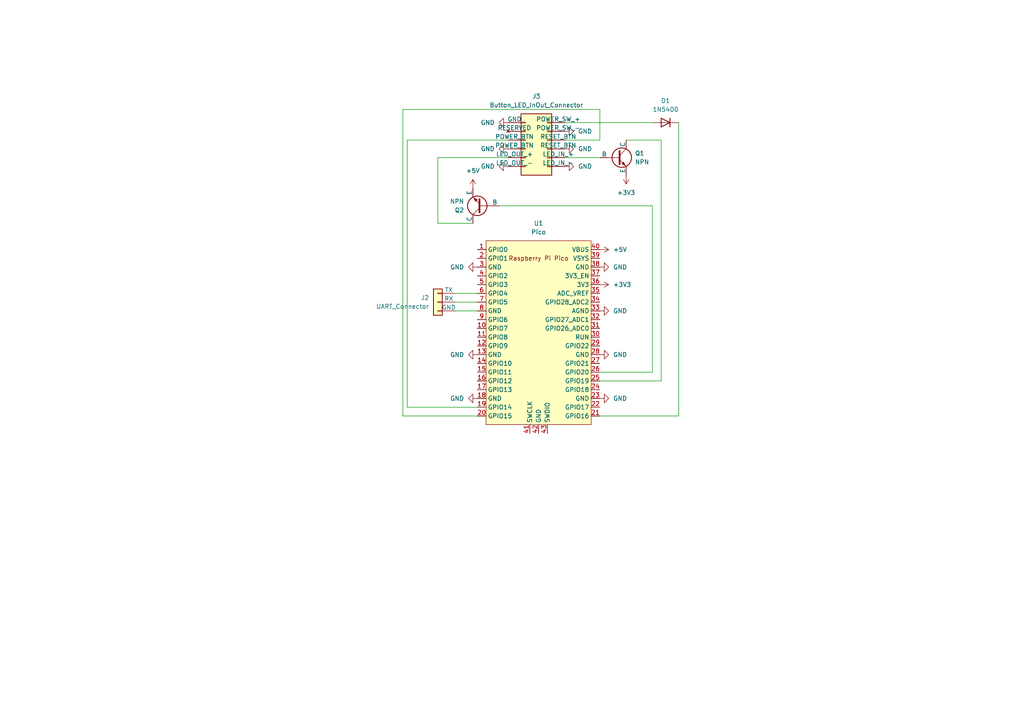
<source format=kicad_sch>
(kicad_sch (version 20230121) (generator eeschema)
  (paper "A4")
  (lib_symbols
    (symbol "Button_LED_InOut_Connector_1" (pin_numbers hide) (pin_names (offset 0))
      (property "Reference" "J" (at 1.27 8.89 0))
      (property "Value" "Button_LED_InOut_Connector" (at 1.27 -11.43 0))
      (symbol "Button_LED_InOut_Connector_1_1_1"
        (rectangle (start -5.08 -7.493) (end -3.81 -7.747) (stroke (width 0.1524)))
        (rectangle (start -5.08 -4.953) (end -3.81 -5.207) (stroke (width 0.1524)))
        (rectangle (start -5.08 -2.413) (end -3.81 -2.667) (stroke (width 0.1524)))
        (rectangle (start -5.08 0.127) (end -3.81 -0.127) (stroke (width 0.1524)))
        (rectangle (start -5.08 2.667) (end -3.81 2.413) (stroke (width 0.1524)))
        (rectangle (start -5.08 5.207) (end -3.81 4.953) (stroke (width 0.1524)))
        (rectangle (start -5.08 7.62) (end 3.81 -10.16) (stroke (width 0.254)) (fill (type background)))
        (rectangle (start 3.81 -7.493) (end 2.54 -7.747) (stroke (width 0.1524)))
        (rectangle (start 3.81 -4.953) (end 2.54 -5.207) (stroke (width 0.1524)))
        (rectangle (start 3.81 -2.413) (end 2.54 -2.667) (stroke (width 0.1524)))
        (rectangle (start 3.81 0.127) (end 2.54 -0.127) (stroke (width 0.1524)))
        (rectangle (start 3.81 2.667) (end 2.54 2.413) (stroke (width 0.1524)))
        (rectangle (start 3.81 5.207) (end 2.54 4.953) (stroke (width 0.1524)))
        (pin passive line (at -8.89 5.08 0) (length 3.81) (name "GND") (number "1"))
        (pin input line (at 7.62 0 180) (length 3.81) (name "RESET_BTN") (number "10"))
        (pin passive line (at 7.62 2.54 180) (length 3.81) (name "POWER_SW_-") (number "11"))
        (pin input line (at 7.62 5.08 180) (length 3.81) (name "POWER_SW_+") (number "12"))
        (pin no_connect line (at -8.89 2.54 0) (length 3.81) (name "RESERVED") (number "2"))
        (pin input line (at -8.89 0 0) (length 3.81) (name "POWER_BTN") (number "3"))
        (pin input line (at -8.89 -2.54 0) (length 3.81) (name "POWER_BTN") (number "4"))
        (pin power_in line (at -8.89 -5.08 0) (length 3.81) (name "LED_OUT_+") (number "5"))
        (pin passive line (at -8.89 -7.62 0) (length 3.81) (name "LED_OUT_-") (number "6"))
        (pin passive line (at 7.62 -7.62 180) (length 3.81) (name "LED_IN_-") (number "7"))
        (pin output line (at 7.62 -5.08 180) (length 3.81) (name "LED_IN_+") (number "8"))
        (pin input line (at 7.62 -2.54 180) (length 3.81) (name "RESET_BTN") (number "9"))
      )
    )
    (symbol "Diode:1N5400" (pin_numbers hide) (pin_names hide)
      (property "Reference" "D" (at 0 2.54 0))
      (property "Value" "1N5400" (at 0 -2.54 0))
      (symbol "1N5400_0_1"
        (polyline (pts (xy -1.27 1.27) (xy -1.27 -1.27)) (stroke (width 0.254)))
        (polyline (pts (xy 1.27 0) (xy -1.27 0)))
        (polyline (pts (xy 1.27 1.27) (xy 1.27 -1.27) (xy -1.27 0) (xy 1.27 1.27)) (stroke (width 0.254)))
      )
      (symbol "1N5400_1_1"
        (pin passive line (at -3.81 0 0) (length 2.54) (name "K") (number "1"))
        (pin passive line (at 3.81 0 180) (length 2.54) (name "A") (number "2"))
      )
    )
    (symbol "Library:UART_Connector" (pin_numbers hide) (pin_names (offset 0))
      (property "Reference" "J" (at 0 5.08 0))
      (property "Value" "UART_Connector" (at 0 -5.08 0))
      (symbol "UART_Connector_1_1"
        (rectangle (start -1.27 -2.413) (end 0 -2.667) (stroke (width 0.1524)))
        (rectangle (start -1.27 0.127) (end 0 -0.127) (stroke (width 0.1524)))
        (rectangle (start -1.27 2.667) (end 0 2.413) (stroke (width 0.1524)))
        (rectangle (start -1.27 3.81) (end 1.27 -3.81) (stroke (width 0.254)) (fill (type background)))
        (pin passive line (at -5.08 -2.54 0) (length 3.81) (name "GND") (number "1"))
        (pin input line (at -5.08 0 0) (length 3.81) (name "RX") (number "2"))
        (pin output line (at -5.08 2.54 0) (length 3.81) (name "TX") (number "3"))
      )
    )
    (symbol "MCU_RaspberryPi_and_Boards:Pico"
      (property "Reference" "U" (at -13.97 27.94 0))
      (property "Value" "Pico" (at 0 19.05 0))
      (symbol "Pico_0_0"
        (text "Raspberry Pi Pico" (at 0 21.59 0) (effects (font (size 1.27 1.27))))
      )
      (symbol "Pico_0_1"
        (rectangle (start -15.24 26.67) (end 15.24 -26.67) (fill (type background)))
      )
      (symbol "Pico_1_1"
        (pin bidirectional line (at -17.78 24.13 0) (length 2.54) (name "GPIO0") (number "1"))
        (pin bidirectional line (at -17.78 1.27 0) (length 2.54) (name "GPIO7") (number "10"))
        (pin bidirectional line (at -17.78 -1.27 0) (length 2.54) (name "GPIO8") (number "11"))
        (pin bidirectional line (at -17.78 -3.81 0) (length 2.54) (name "GPIO9") (number "12"))
        (pin power_in line (at -17.78 -6.35 0) (length 2.54) (name "GND") (number "13"))
        (pin bidirectional line (at -17.78 -8.89 0) (length 2.54) (name "GPIO10") (number "14"))
        (pin bidirectional line (at -17.78 -11.43 0) (length 2.54) (name "GPIO11") (number "15"))
        (pin bidirectional line (at -17.78 -13.97 0) (length 2.54) (name "GPIO12") (number "16"))
        (pin bidirectional line (at -17.78 -16.51 0) (length 2.54) (name "GPIO13") (number "17"))
        (pin power_in line (at -17.78 -19.05 0) (length 2.54) (name "GND") (number "18"))
        (pin bidirectional line (at -17.78 -21.59 0) (length 2.54) (name "GPIO14") (number "19"))
        (pin bidirectional line (at -17.78 21.59 0) (length 2.54) (name "GPIO1") (number "2"))
        (pin bidirectional line (at -17.78 -24.13 0) (length 2.54) (name "GPIO15") (number "20"))
        (pin bidirectional line (at 17.78 -24.13 180) (length 2.54) (name "GPIO16") (number "21"))
        (pin bidirectional line (at 17.78 -21.59 180) (length 2.54) (name "GPIO17") (number "22"))
        (pin power_in line (at 17.78 -19.05 180) (length 2.54) (name "GND") (number "23"))
        (pin bidirectional line (at 17.78 -16.51 180) (length 2.54) (name "GPIO18") (number "24"))
        (pin bidirectional line (at 17.78 -13.97 180) (length 2.54) (name "GPIO19") (number "25"))
        (pin bidirectional line (at 17.78 -11.43 180) (length 2.54) (name "GPIO20") (number "26"))
        (pin bidirectional line (at 17.78 -8.89 180) (length 2.54) (name "GPIO21") (number "27"))
        (pin power_in line (at 17.78 -6.35 180) (length 2.54) (name "GND") (number "28"))
        (pin bidirectional line (at 17.78 -3.81 180) (length 2.54) (name "GPIO22") (number "29"))
        (pin power_in line (at -17.78 19.05 0) (length 2.54) (name "GND") (number "3"))
        (pin input line (at 17.78 -1.27 180) (length 2.54) (name "RUN") (number "30"))
        (pin bidirectional line (at 17.78 1.27 180) (length 2.54) (name "GPIO26_ADC0") (number "31"))
        (pin bidirectional line (at 17.78 3.81 180) (length 2.54) (name "GPIO27_ADC1") (number "32"))
        (pin power_in line (at 17.78 6.35 180) (length 2.54) (name "AGND") (number "33"))
        (pin bidirectional line (at 17.78 8.89 180) (length 2.54) (name "GPIO28_ADC2") (number "34"))
        (pin power_in line (at 17.78 11.43 180) (length 2.54) (name "ADC_VREF") (number "35"))
        (pin power_in line (at 17.78 13.97 180) (length 2.54) (name "3V3") (number "36"))
        (pin input line (at 17.78 16.51 180) (length 2.54) (name "3V3_EN") (number "37"))
        (pin bidirectional line (at 17.78 19.05 180) (length 2.54) (name "GND") (number "38"))
        (pin power_in line (at 17.78 21.59 180) (length 2.54) (name "VSYS") (number "39"))
        (pin bidirectional line (at -17.78 16.51 0) (length 2.54) (name "GPIO2") (number "4"))
        (pin power_in line (at 17.78 24.13 180) (length 2.54) (name "VBUS") (number "40"))
        (pin input line (at -2.54 -29.21 90) (length 2.54) (name "SWCLK") (number "41"))
        (pin power_in line (at 0 -29.21 90) (length 2.54) (name "GND") (number "42"))
        (pin bidirectional line (at 2.54 -29.21 90) (length 2.54) (name "SWDIO") (number "43"))
        (pin bidirectional line (at -17.78 13.97 0) (length 2.54) (name "GPIO3") (number "5"))
        (pin bidirectional line (at -17.78 11.43 0) (length 2.54) (name "GPIO4") (number "6"))
        (pin bidirectional line (at -17.78 8.89 0) (length 2.54) (name "GPIO5") (number "7"))
        (pin power_in line (at -17.78 6.35 0) (length 2.54) (name "GND") (number "8"))
        (pin bidirectional line (at -17.78 3.81 0) (length 2.54) (name "GPIO6") (number "9"))
      )
    )
    (symbol "Simulation_SPICE:NPN" (pin_numbers hide) (pin_names (offset 0))
      (property "Reference" "Q" (at -2.54 7.62 0))
      (property "Value" "NPN" (at -2.54 5.08 0))
      (symbol "NPN_0_1"
        (polyline (pts (xy -2.54 0) (xy 0.635 0)) (stroke (width 0.1524)))
        (polyline (pts (xy 0.635 0.635) (xy 2.54 2.54)))
        (polyline (pts (xy 2.794 -1.27) (xy 2.794 -1.27)) (stroke (width 0.1524)))
        (polyline (pts (xy 2.794 -1.27) (xy 2.794 -1.27)) (stroke (width 0.1524)))
        (polyline (pts (xy 0.635 -0.635) (xy 2.54 -2.54) (xy 2.54 -2.54)))
        (polyline (pts (xy 0.635 1.905) (xy 0.635 -1.905) (xy 0.635 -1.905)) (stroke (width 0.508)))
        (polyline (pts (xy 1.27 -1.778) (xy 1.778 -1.27) (xy 2.286 -2.286) (xy 1.27 -1.778) (xy 1.27 -1.778)) (fill (type outline)))
        (circle (center 1.27 0) (radius 2.8194) (stroke (width 0.254)))
      )
      (symbol "NPN_1_1"
        (pin open_collector line (at 2.54 5.08 270) (length 2.54) (name "C") (number "1"))
        (pin input line (at -5.08 0 0) (length 2.54) (name "B") (number "2"))
        (pin open_emitter line (at 2.54 -5.08 90) (length 2.54) (name "E") (number "3"))
      )
    )
    (symbol "power:+3V3" (power) (pin_names (offset 0))
      (property "Value" "+3V3" (at 0 3.556 0))
      (symbol "+3V3_0_1"
        (polyline (pts (xy -0.762 1.27) (xy 0 2.54)))
        (polyline (pts (xy 0 0) (xy 0 2.54)))
        (polyline (pts (xy 0 2.54) (xy 0.762 1.27)))
      )
      (symbol "+3V3_1_1"
        (pin power_in line (at 0 0 90) (length 0) hide (name "+3V3") (number "1"))
      )
    )
    (symbol "power:+5V" (power) (pin_names (offset 0))
      (property "Value" "+5V" (at 0 3.556 0))
      (symbol "+5V_0_1"
        (polyline (pts (xy -0.762 1.27) (xy 0 2.54)))
        (polyline (pts (xy 0 0) (xy 0 2.54)))
        (polyline (pts (xy 0 2.54) (xy 0.762 1.27)))
      )
      (symbol "+5V_1_1"
        (pin power_in line (at 0 0 90) (length 0) hide (name "+5V") (number "1"))
      )
    )
    (symbol "power:GND" (power) (pin_names (offset 0))
      (property "Value" "GND" (at 0 -3.81 0))
      (symbol "GND_0_1"
        (polyline (pts (xy 0 0) (xy 0 -1.27) (xy 1.27 -1.27) (xy 0 -2.54) (xy -1.27 -1.27) (xy 0 -1.27)))
      )
      (symbol "GND_1_1"
        (pin power_in line (at 0 0 270) (length 0) hide (name "GND") (number "1"))
      )
    )
  )
  (wire (pts (xy 173.99 31.75) (xy 173.99 40.64)))
  (wire (pts (xy 116.84 31.75) (xy 116.84 120.65)))
  (wire (pts (xy 137.16 64.77) (xy 127 64.77)))
  (wire (pts (xy 118.11 40.64) (xy 118.11 118.11)))
  (wire (pts (xy 191.77 40.64) (xy 191.77 110.49)))
  (wire (pts (xy 132.08 90.17) (xy 138.43 90.17)))
  (wire (pts (xy 116.84 120.65) (xy 138.43 120.65)))
  (wire (pts (xy 173.99 120.65) (xy 196.85 120.65)))
  (wire (pts (xy 191.77 40.64) (xy 181.61 40.64)))
  (wire (pts (xy 163.83 35.56) (xy 189.23 35.56)))
  (wire (pts (xy 118.11 118.11) (xy 138.43 118.11)))
  (wire (pts (xy 173.99 110.49) (xy 191.77 110.49)))
  (wire (pts (xy 144.78 59.69) (xy 189.23 59.69)))
  (wire (pts (xy 127 45.72) (xy 147.32 45.72)))
  (wire (pts (xy 116.84 31.75) (xy 173.99 31.75)))
  (wire (pts (xy 189.23 107.95) (xy 189.23 59.69)))
  (wire (pts (xy 196.85 35.56) (xy 196.85 120.65)))
  (wire (pts (xy 132.08 85.09) (xy 138.43 85.09)))
  (wire (pts (xy 127 64.77) (xy 127 45.72)))
  (wire (pts (xy 173.99 40.64) (xy 163.83 40.64)))
  (wire (pts (xy 147.32 40.64) (xy 118.11 40.64)))
  (wire (pts (xy 173.99 107.95) (xy 189.23 107.95)))
  (wire (pts (xy 132.08 87.63) (xy 138.43 87.63)))
  (wire (pts (xy 163.83 45.72) (xy 173.99 45.72)))
  (symbol (lib_id "power:+5V") (at 137.16 54.61 0) (unit 1)
    (property "Reference" "#PWR012" (effects hide))
    (property "Value" "+5V" (at 137.16 49.53 0))
  )
  (symbol (lib_id "power:GND") (at 173.99 115.57 90) (unit 1)
    (property "Reference" "#PWR01" (effects hide))
    (property "Value" "GND" (at 177.8 115.57 90) (effects (justify right)))
  )
  (symbol (lib_id "power:GND") (at 138.43 115.57 270) (unit 1)
    (property "Reference" "#PWR02" (effects hide))
    (property "Value" "GND" (at 134.62 115.57 90) (effects (justify right)))
  )
  (symbol (lib_id "power:GND") (at 163.83 38.1 90) (unit 1)
    (property "Reference" "#PWR013" (effects hide))
    (property "Value" "GND" (at 167.64 38.1 90) (effects (justify right)))
  )
  (symbol (lib_id "power:GND") (at 163.83 48.26 90) (unit 1)
    (property "Reference" "#PWR07" (effects hide))
    (property "Value" "GND" (at 167.64 48.26 90) (effects (justify right)))
  )
  (symbol (lib_id "power:+3V3") (at 181.61 50.8 180) (unit 1)
    (property "Reference" "#PWR09" (effects hide))
    (property "Value" "+3V3" (at 181.61 55.88 0))
  )
  (symbol (lib_id "Diode:1N5400") (at 193.04 35.56 180) (unit 1)
    (property "Reference" "D1" (at 193.04 29.21 0))
    (property "Value" "1N5400" (at 193.04 31.75 0))
    (property "Footprint" "Diode_THT:D_DO-201AD_P3.81mm_Vertical_AnodeUp" (effects hide))
    (property "Datasheet" "http://www.vishay.com/docs/88516/1n5400.pdf" (effects hide))
    (property "Sim.Device" "D" (effects hide))
    (property "Sim.Pins" "1=K 2=A" (effects hide))
  )
  (symbol (lib_id "power:GND") (at 147.32 43.18 270) (unit 1)
    (property "Reference" "#PWR011" (effects hide))
    (property "Value" "GND" (at 143.51 43.18 90) (effects (justify right)))
  )
  (symbol (lib_id "Simulation_SPICE:NPN") (at 139.7 59.69 180) (unit 1)
    (property "Reference" "Q2" (at 134.62 60.96 0) (effects (justify left)))
    (property "Value" "NPN" (at 134.62 58.42 0) (effects (justify left)))
    (property "Footprint" "Package_TO_SOT_THT:TO-92_Inline" (effects hide))
    (property "Sim.Device" "NPN" (effects hide))
    (property "Sim.Type" "GUMMELPOON" (effects hide))
    (property "Sim.Pins" "1=C 2=B 3=E" (effects hide))
  )
  (symbol (lib_id "Library:UART_Connector") (at 127 87.63 0) (mirror y) (unit 1)
    (property "Reference" "J2" (at 124.46 86.36 0) (effects (justify left)))
    (property "Value" "UART_Connector" (at 124.46 88.9 0) (effects (justify left)))
    (property "Footprint" "Connector_PinSocket_2.54mm:PinSocket_1x03_P2.54mm_Vertical" (effects hide))
  )
  (symbol (lib_id "power:+3V3") (at 173.99 82.55 270) (unit 1)
    (property "Reference" "#PWR05" (effects hide))
    (property "Value" "+3V3" (at 177.8 82.55 90) (effects (justify left)))
  )
  (symbol (lib_id "power:GND") (at 147.32 35.56 270) (unit 1)
    (property "Reference" "#PWR015" (effects hide))
    (property "Value" "GND" (at 143.51 35.56 90) (effects (justify right)))
  )
  (symbol (lib_id "power:+5V") (at 173.99 72.39 270) (unit 1)
    (property "Reference" "#PWR06" (effects hide))
    (property "Value" "+5V" (at 177.8 72.39 90) (effects (justify left)))
  )
  (symbol (lib_id "power:GND") (at 138.43 102.87 270) (unit 1)
    (property "Reference" "#PWR017" (effects hide))
    (property "Value" "GND" (at 134.62 102.87 90) (effects (justify right)))
  )
  (symbol (lib_id "power:GND") (at 138.43 77.47 270) (unit 1)
    (property "Reference" "#PWR03" (effects hide))
    (property "Value" "GND" (at 134.62 77.47 90) (effects (justify right)))
  )
  (symbol (lib_id "power:GND") (at 173.99 102.87 90) (unit 1)
    (property "Reference" "#PWR016" (effects hide))
    (property "Value" "GND" (at 177.8 102.87 90) (effects (justify right)))
  )
  (symbol (lib_id "power:GND") (at 147.32 48.26 270) (unit 1)
    (property "Reference" "#PWR08" (effects hide))
    (property "Value" "GND" (at 143.51 48.26 90) (effects (justify right)))
  )
  (symbol (lib_id "MCU_RaspberryPi_and_Boards:Pico") (at 156.21 96.52 0) (unit 1)
    (property "Reference" "U1" (at 156.21 64.77 0))
    (property "Value" "Pico" (at 156.21 67.31 0))
    (property "Footprint" "MCU_RaspberryPi_and_Boards:RPi_Pico_SMD_TH" (effects hide))
  )
  (symbol (lib_id "power:GND") (at 173.99 77.47 90) (unit 1)
    (property "Reference" "#PWR04" (effects hide))
    (property "Value" "GND" (at 177.8 77.47 90) (effects (justify right)))
  )
  (symbol (lib_id "power:GND") (at 173.99 90.17 90) (unit 1)
    (property "Reference" "#PWR010" (effects hide))
    (property "Value" "GND" (at 177.8 90.17 90) (effects (justify right)))
  )
  (symbol (lib_id "power:GND") (at 163.83 43.18 90) (unit 1)
    (property "Reference" "#PWR014" (effects hide))
    (property "Value" "GND" (at 167.64 43.18 90) (effects (justify right)))
  )
  (symbol (lib_id "Simulation_SPICE:NPN") (at 179.07 45.72 0) (unit 1)
    (property "Reference" "Q1" (at 184.15 44.45 0) (effects (justify left)))
    (property "Value" "NPN" (at 184.15 46.99 0) (effects (justify left)))
    (property "Footprint" "Package_TO_SOT_THT:TO-92_Inline" (effects hide))
    (property "Sim.Device" "NPN" (effects hide))
    (property "Sim.Type" "GUMMELPOON" (effects hide))
    (property "Sim.Pins" "1=C 2=B 3=E" (effects hide))
  )
  (symbol (lib_name "Button_LED_InOut_Connector_1") (lib_id "Library:Button_LED_InOut_Connector") (at 156.21 40.64 0) (unit 1)
    (property "Reference" "J3" (at 155.575 27.94 0))
    (property "Value" "Button_LED_InOut_Connector" (at 155.575 30.48 0))
    (property "Footprint" "Connector_PinSocket_2.54mm:PinSocket_2x06_P2.54mm_Vertical" (effects hide))
  )
)
</source>
